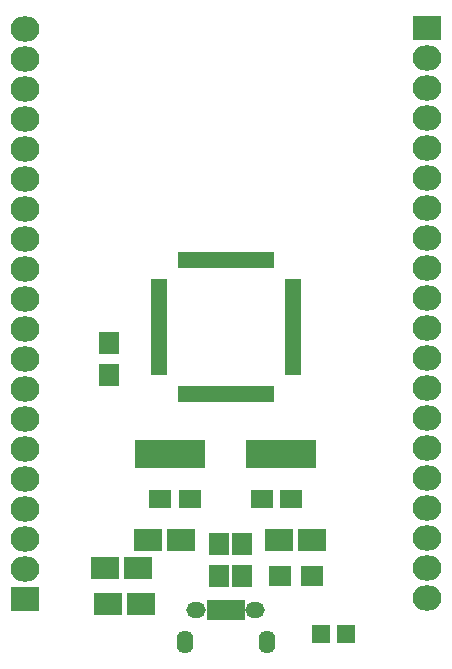
<source format=gbr>
G04 #@! TF.FileFunction,Soldermask,Top*
%FSLAX46Y46*%
G04 Gerber Fmt 4.6, Leading zero omitted, Abs format (unit mm)*
G04 Created by KiCad (PCBNEW 4.0.2+dfsg1-stable) date Fri Nov  3 12:39:00 2017*
%MOMM*%
G01*
G04 APERTURE LIST*
%ADD10C,0.100000*%
%ADD11R,1.900000X1.650000*%
%ADD12R,1.598880X1.598880*%
%ADD13R,1.700000X1.900000*%
%ADD14R,1.900000X1.700000*%
%ADD15R,0.650000X1.400000*%
%ADD16R,1.400000X0.650000*%
%ADD17R,5.899100X2.398980*%
%ADD18R,0.800000X1.750000*%
%ADD19O,1.650000X1.350000*%
%ADD20O,1.400000X1.950000*%
%ADD21R,2.432000X2.127200*%
%ADD22O,2.432000X2.127200*%
%ADD23R,2.350720X1.901140*%
G04 APERTURE END LIST*
D10*
D11*
X145450000Y-125600000D03*
X147950000Y-125600000D03*
X156550000Y-125600000D03*
X154050000Y-125600000D03*
D12*
X161149020Y-137000000D03*
X159050980Y-137000000D03*
D13*
X141100000Y-115100000D03*
X141100000Y-112400000D03*
D14*
X158300000Y-132100000D03*
X155600000Y-132100000D03*
D13*
X152400000Y-129350000D03*
X152400000Y-132050000D03*
X150400000Y-129350000D03*
X150400000Y-132050000D03*
D15*
X147250000Y-116700000D03*
X147750000Y-116700000D03*
X148250000Y-116700000D03*
X148750000Y-116700000D03*
X149250000Y-116700000D03*
X149750000Y-116700000D03*
X150250000Y-116700000D03*
X150750000Y-116700000D03*
X151250000Y-116700000D03*
X151750000Y-116700000D03*
X152250000Y-116700000D03*
X152750000Y-116700000D03*
X153250000Y-116700000D03*
X153750000Y-116700000D03*
X154250000Y-116700000D03*
X154750000Y-116700000D03*
D16*
X156700000Y-114750000D03*
X156700000Y-114250000D03*
X156700000Y-113750000D03*
X156700000Y-113250000D03*
X156700000Y-112750000D03*
X156700000Y-112250000D03*
X156700000Y-111750000D03*
X156700000Y-111250000D03*
X156700000Y-110750000D03*
X156700000Y-110250000D03*
X156700000Y-109750000D03*
X156700000Y-109250000D03*
X156700000Y-108750000D03*
X156700000Y-108250000D03*
X156700000Y-107750000D03*
X156700000Y-107250000D03*
D15*
X154750000Y-105300000D03*
X154250000Y-105300000D03*
X153750000Y-105300000D03*
X153250000Y-105300000D03*
X152750000Y-105300000D03*
X152250000Y-105300000D03*
X151750000Y-105300000D03*
X151250000Y-105300000D03*
X150750000Y-105300000D03*
X150250000Y-105300000D03*
X149750000Y-105300000D03*
X149250000Y-105300000D03*
X148750000Y-105300000D03*
X148250000Y-105300000D03*
X147750000Y-105300000D03*
X147250000Y-105300000D03*
D16*
X145300000Y-107250000D03*
X145300000Y-107750000D03*
X145300000Y-108250000D03*
X145300000Y-108750000D03*
X145300000Y-109250000D03*
X145300000Y-109750000D03*
X145300000Y-110250000D03*
X145300000Y-110750000D03*
X145300000Y-111250000D03*
X145300000Y-111750000D03*
X145300000Y-112250000D03*
X145300000Y-112750000D03*
X145300000Y-113250000D03*
X145300000Y-113750000D03*
X145300000Y-114250000D03*
X145300000Y-114750000D03*
D17*
X146301000Y-121800000D03*
X155699000Y-121800000D03*
D18*
X149699100Y-134937460D03*
X150349100Y-134937460D03*
X150999100Y-134937460D03*
X151649100Y-134937460D03*
X152299100Y-134937460D03*
D19*
X148499100Y-134937460D03*
X153499100Y-134937460D03*
D20*
X147499100Y-137637460D03*
X154499100Y-137637460D03*
D21*
X168000000Y-85680000D03*
D22*
X168000000Y-88220000D03*
X168000000Y-90760000D03*
X168000000Y-93300000D03*
X168000000Y-95840000D03*
X168000000Y-98380000D03*
X168000000Y-100920000D03*
X168000000Y-103460000D03*
X168000000Y-106000000D03*
X168000000Y-108540000D03*
X168000000Y-111080000D03*
X168000000Y-113620000D03*
X168000000Y-116160000D03*
X168000000Y-118700000D03*
X168000000Y-121240000D03*
X168000000Y-123780000D03*
X168000000Y-126320000D03*
X168000000Y-128860000D03*
X168000000Y-131400000D03*
X168000000Y-133940000D03*
D21*
X134000000Y-134000000D03*
D22*
X134000000Y-131460000D03*
X134000000Y-128920000D03*
X134000000Y-126380000D03*
X134000000Y-123840000D03*
X134000000Y-121300000D03*
X134000000Y-118760000D03*
X134000000Y-116220000D03*
X134000000Y-113680000D03*
X134000000Y-111140000D03*
X134000000Y-108600000D03*
X134000000Y-106060000D03*
X134000000Y-103520000D03*
X134000000Y-100980000D03*
X134000000Y-98440000D03*
X134000000Y-95900000D03*
X134000000Y-93360000D03*
X134000000Y-90820000D03*
X134000000Y-88280000D03*
X134000000Y-85740000D03*
D23*
X147174140Y-129000000D03*
X144425860Y-129000000D03*
X143548280Y-131400000D03*
X140800000Y-131400000D03*
X143774140Y-134500000D03*
X141025860Y-134500000D03*
X158274140Y-129000000D03*
X155525860Y-129000000D03*
M02*

</source>
